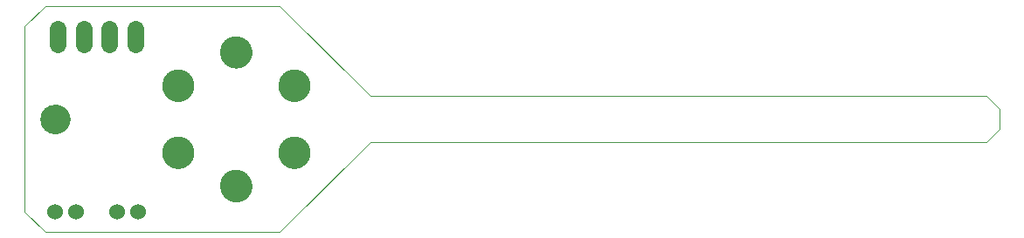
<source format=gbs>
G75*
%MOIN*%
%OFA0B0*%
%FSLAX25Y25*%
%IPPOS*%
%LPD*%
%AMOC8*
5,1,8,0,0,1.08239X$1,22.5*
%
%ADD10C,0.00000*%
%ADD11C,0.12211*%
%ADD12C,0.11227*%
%ADD13C,0.06400*%
%ADD14C,0.06000*%
D10*
X0031028Y0034965D02*
X0038902Y0027091D01*
X0128469Y0027091D01*
X0162917Y0061539D01*
X0398154Y0061539D01*
X0403075Y0066461D01*
X0403075Y0074335D01*
X0398154Y0079256D01*
X0162917Y0079256D01*
X0128469Y0113705D01*
X0038902Y0113705D01*
X0031028Y0105831D01*
X0031028Y0034965D01*
X0105830Y0044807D02*
X0105832Y0044960D01*
X0105838Y0045114D01*
X0105848Y0045267D01*
X0105862Y0045419D01*
X0105880Y0045572D01*
X0105902Y0045723D01*
X0105927Y0045874D01*
X0105957Y0046025D01*
X0105991Y0046175D01*
X0106028Y0046323D01*
X0106069Y0046471D01*
X0106114Y0046617D01*
X0106163Y0046763D01*
X0106216Y0046907D01*
X0106272Y0047049D01*
X0106332Y0047190D01*
X0106396Y0047330D01*
X0106463Y0047468D01*
X0106534Y0047604D01*
X0106609Y0047738D01*
X0106686Y0047870D01*
X0106768Y0048000D01*
X0106852Y0048128D01*
X0106940Y0048254D01*
X0107031Y0048377D01*
X0107125Y0048498D01*
X0107223Y0048616D01*
X0107323Y0048732D01*
X0107427Y0048845D01*
X0107533Y0048956D01*
X0107642Y0049064D01*
X0107754Y0049169D01*
X0107868Y0049270D01*
X0107986Y0049369D01*
X0108105Y0049465D01*
X0108227Y0049558D01*
X0108352Y0049647D01*
X0108479Y0049734D01*
X0108608Y0049816D01*
X0108739Y0049896D01*
X0108872Y0049972D01*
X0109007Y0050045D01*
X0109144Y0050114D01*
X0109283Y0050179D01*
X0109423Y0050241D01*
X0109565Y0050299D01*
X0109708Y0050354D01*
X0109853Y0050405D01*
X0109999Y0050452D01*
X0110146Y0050495D01*
X0110294Y0050534D01*
X0110443Y0050570D01*
X0110593Y0050601D01*
X0110744Y0050629D01*
X0110895Y0050653D01*
X0111048Y0050673D01*
X0111200Y0050689D01*
X0111353Y0050701D01*
X0111506Y0050709D01*
X0111659Y0050713D01*
X0111813Y0050713D01*
X0111966Y0050709D01*
X0112119Y0050701D01*
X0112272Y0050689D01*
X0112424Y0050673D01*
X0112577Y0050653D01*
X0112728Y0050629D01*
X0112879Y0050601D01*
X0113029Y0050570D01*
X0113178Y0050534D01*
X0113326Y0050495D01*
X0113473Y0050452D01*
X0113619Y0050405D01*
X0113764Y0050354D01*
X0113907Y0050299D01*
X0114049Y0050241D01*
X0114189Y0050179D01*
X0114328Y0050114D01*
X0114465Y0050045D01*
X0114600Y0049972D01*
X0114733Y0049896D01*
X0114864Y0049816D01*
X0114993Y0049734D01*
X0115120Y0049647D01*
X0115245Y0049558D01*
X0115367Y0049465D01*
X0115486Y0049369D01*
X0115604Y0049270D01*
X0115718Y0049169D01*
X0115830Y0049064D01*
X0115939Y0048956D01*
X0116045Y0048845D01*
X0116149Y0048732D01*
X0116249Y0048616D01*
X0116347Y0048498D01*
X0116441Y0048377D01*
X0116532Y0048254D01*
X0116620Y0048128D01*
X0116704Y0048000D01*
X0116786Y0047870D01*
X0116863Y0047738D01*
X0116938Y0047604D01*
X0117009Y0047468D01*
X0117076Y0047330D01*
X0117140Y0047190D01*
X0117200Y0047049D01*
X0117256Y0046907D01*
X0117309Y0046763D01*
X0117358Y0046617D01*
X0117403Y0046471D01*
X0117444Y0046323D01*
X0117481Y0046175D01*
X0117515Y0046025D01*
X0117545Y0045874D01*
X0117570Y0045723D01*
X0117592Y0045572D01*
X0117610Y0045419D01*
X0117624Y0045267D01*
X0117634Y0045114D01*
X0117640Y0044960D01*
X0117642Y0044807D01*
X0117640Y0044654D01*
X0117634Y0044500D01*
X0117624Y0044347D01*
X0117610Y0044195D01*
X0117592Y0044042D01*
X0117570Y0043891D01*
X0117545Y0043740D01*
X0117515Y0043589D01*
X0117481Y0043439D01*
X0117444Y0043291D01*
X0117403Y0043143D01*
X0117358Y0042997D01*
X0117309Y0042851D01*
X0117256Y0042707D01*
X0117200Y0042565D01*
X0117140Y0042424D01*
X0117076Y0042284D01*
X0117009Y0042146D01*
X0116938Y0042010D01*
X0116863Y0041876D01*
X0116786Y0041744D01*
X0116704Y0041614D01*
X0116620Y0041486D01*
X0116532Y0041360D01*
X0116441Y0041237D01*
X0116347Y0041116D01*
X0116249Y0040998D01*
X0116149Y0040882D01*
X0116045Y0040769D01*
X0115939Y0040658D01*
X0115830Y0040550D01*
X0115718Y0040445D01*
X0115604Y0040344D01*
X0115486Y0040245D01*
X0115367Y0040149D01*
X0115245Y0040056D01*
X0115120Y0039967D01*
X0114993Y0039880D01*
X0114864Y0039798D01*
X0114733Y0039718D01*
X0114600Y0039642D01*
X0114465Y0039569D01*
X0114328Y0039500D01*
X0114189Y0039435D01*
X0114049Y0039373D01*
X0113907Y0039315D01*
X0113764Y0039260D01*
X0113619Y0039209D01*
X0113473Y0039162D01*
X0113326Y0039119D01*
X0113178Y0039080D01*
X0113029Y0039044D01*
X0112879Y0039013D01*
X0112728Y0038985D01*
X0112577Y0038961D01*
X0112424Y0038941D01*
X0112272Y0038925D01*
X0112119Y0038913D01*
X0111966Y0038905D01*
X0111813Y0038901D01*
X0111659Y0038901D01*
X0111506Y0038905D01*
X0111353Y0038913D01*
X0111200Y0038925D01*
X0111048Y0038941D01*
X0110895Y0038961D01*
X0110744Y0038985D01*
X0110593Y0039013D01*
X0110443Y0039044D01*
X0110294Y0039080D01*
X0110146Y0039119D01*
X0109999Y0039162D01*
X0109853Y0039209D01*
X0109708Y0039260D01*
X0109565Y0039315D01*
X0109423Y0039373D01*
X0109283Y0039435D01*
X0109144Y0039500D01*
X0109007Y0039569D01*
X0108872Y0039642D01*
X0108739Y0039718D01*
X0108608Y0039798D01*
X0108479Y0039880D01*
X0108352Y0039967D01*
X0108227Y0040056D01*
X0108105Y0040149D01*
X0107986Y0040245D01*
X0107868Y0040344D01*
X0107754Y0040445D01*
X0107642Y0040550D01*
X0107533Y0040658D01*
X0107427Y0040769D01*
X0107323Y0040882D01*
X0107223Y0040998D01*
X0107125Y0041116D01*
X0107031Y0041237D01*
X0106940Y0041360D01*
X0106852Y0041486D01*
X0106768Y0041614D01*
X0106686Y0041744D01*
X0106609Y0041876D01*
X0106534Y0042010D01*
X0106463Y0042146D01*
X0106396Y0042284D01*
X0106332Y0042424D01*
X0106272Y0042565D01*
X0106216Y0042707D01*
X0106163Y0042851D01*
X0106114Y0042997D01*
X0106069Y0043143D01*
X0106028Y0043291D01*
X0105991Y0043439D01*
X0105957Y0043589D01*
X0105927Y0043740D01*
X0105902Y0043891D01*
X0105880Y0044042D01*
X0105862Y0044195D01*
X0105848Y0044347D01*
X0105838Y0044500D01*
X0105832Y0044654D01*
X0105830Y0044807D01*
X0083665Y0057602D02*
X0083667Y0057755D01*
X0083673Y0057909D01*
X0083683Y0058062D01*
X0083697Y0058214D01*
X0083715Y0058367D01*
X0083737Y0058518D01*
X0083762Y0058669D01*
X0083792Y0058820D01*
X0083826Y0058970D01*
X0083863Y0059118D01*
X0083904Y0059266D01*
X0083949Y0059412D01*
X0083998Y0059558D01*
X0084051Y0059702D01*
X0084107Y0059844D01*
X0084167Y0059985D01*
X0084231Y0060125D01*
X0084298Y0060263D01*
X0084369Y0060399D01*
X0084444Y0060533D01*
X0084521Y0060665D01*
X0084603Y0060795D01*
X0084687Y0060923D01*
X0084775Y0061049D01*
X0084866Y0061172D01*
X0084960Y0061293D01*
X0085058Y0061411D01*
X0085158Y0061527D01*
X0085262Y0061640D01*
X0085368Y0061751D01*
X0085477Y0061859D01*
X0085589Y0061964D01*
X0085703Y0062065D01*
X0085821Y0062164D01*
X0085940Y0062260D01*
X0086062Y0062353D01*
X0086187Y0062442D01*
X0086314Y0062529D01*
X0086443Y0062611D01*
X0086574Y0062691D01*
X0086707Y0062767D01*
X0086842Y0062840D01*
X0086979Y0062909D01*
X0087118Y0062974D01*
X0087258Y0063036D01*
X0087400Y0063094D01*
X0087543Y0063149D01*
X0087688Y0063200D01*
X0087834Y0063247D01*
X0087981Y0063290D01*
X0088129Y0063329D01*
X0088278Y0063365D01*
X0088428Y0063396D01*
X0088579Y0063424D01*
X0088730Y0063448D01*
X0088883Y0063468D01*
X0089035Y0063484D01*
X0089188Y0063496D01*
X0089341Y0063504D01*
X0089494Y0063508D01*
X0089648Y0063508D01*
X0089801Y0063504D01*
X0089954Y0063496D01*
X0090107Y0063484D01*
X0090259Y0063468D01*
X0090412Y0063448D01*
X0090563Y0063424D01*
X0090714Y0063396D01*
X0090864Y0063365D01*
X0091013Y0063329D01*
X0091161Y0063290D01*
X0091308Y0063247D01*
X0091454Y0063200D01*
X0091599Y0063149D01*
X0091742Y0063094D01*
X0091884Y0063036D01*
X0092024Y0062974D01*
X0092163Y0062909D01*
X0092300Y0062840D01*
X0092435Y0062767D01*
X0092568Y0062691D01*
X0092699Y0062611D01*
X0092828Y0062529D01*
X0092955Y0062442D01*
X0093080Y0062353D01*
X0093202Y0062260D01*
X0093321Y0062164D01*
X0093439Y0062065D01*
X0093553Y0061964D01*
X0093665Y0061859D01*
X0093774Y0061751D01*
X0093880Y0061640D01*
X0093984Y0061527D01*
X0094084Y0061411D01*
X0094182Y0061293D01*
X0094276Y0061172D01*
X0094367Y0061049D01*
X0094455Y0060923D01*
X0094539Y0060795D01*
X0094621Y0060665D01*
X0094698Y0060533D01*
X0094773Y0060399D01*
X0094844Y0060263D01*
X0094911Y0060125D01*
X0094975Y0059985D01*
X0095035Y0059844D01*
X0095091Y0059702D01*
X0095144Y0059558D01*
X0095193Y0059412D01*
X0095238Y0059266D01*
X0095279Y0059118D01*
X0095316Y0058970D01*
X0095350Y0058820D01*
X0095380Y0058669D01*
X0095405Y0058518D01*
X0095427Y0058367D01*
X0095445Y0058214D01*
X0095459Y0058062D01*
X0095469Y0057909D01*
X0095475Y0057755D01*
X0095477Y0057602D01*
X0095475Y0057449D01*
X0095469Y0057295D01*
X0095459Y0057142D01*
X0095445Y0056990D01*
X0095427Y0056837D01*
X0095405Y0056686D01*
X0095380Y0056535D01*
X0095350Y0056384D01*
X0095316Y0056234D01*
X0095279Y0056086D01*
X0095238Y0055938D01*
X0095193Y0055792D01*
X0095144Y0055646D01*
X0095091Y0055502D01*
X0095035Y0055360D01*
X0094975Y0055219D01*
X0094911Y0055079D01*
X0094844Y0054941D01*
X0094773Y0054805D01*
X0094698Y0054671D01*
X0094621Y0054539D01*
X0094539Y0054409D01*
X0094455Y0054281D01*
X0094367Y0054155D01*
X0094276Y0054032D01*
X0094182Y0053911D01*
X0094084Y0053793D01*
X0093984Y0053677D01*
X0093880Y0053564D01*
X0093774Y0053453D01*
X0093665Y0053345D01*
X0093553Y0053240D01*
X0093439Y0053139D01*
X0093321Y0053040D01*
X0093202Y0052944D01*
X0093080Y0052851D01*
X0092955Y0052762D01*
X0092828Y0052675D01*
X0092699Y0052593D01*
X0092568Y0052513D01*
X0092435Y0052437D01*
X0092300Y0052364D01*
X0092163Y0052295D01*
X0092024Y0052230D01*
X0091884Y0052168D01*
X0091742Y0052110D01*
X0091599Y0052055D01*
X0091454Y0052004D01*
X0091308Y0051957D01*
X0091161Y0051914D01*
X0091013Y0051875D01*
X0090864Y0051839D01*
X0090714Y0051808D01*
X0090563Y0051780D01*
X0090412Y0051756D01*
X0090259Y0051736D01*
X0090107Y0051720D01*
X0089954Y0051708D01*
X0089801Y0051700D01*
X0089648Y0051696D01*
X0089494Y0051696D01*
X0089341Y0051700D01*
X0089188Y0051708D01*
X0089035Y0051720D01*
X0088883Y0051736D01*
X0088730Y0051756D01*
X0088579Y0051780D01*
X0088428Y0051808D01*
X0088278Y0051839D01*
X0088129Y0051875D01*
X0087981Y0051914D01*
X0087834Y0051957D01*
X0087688Y0052004D01*
X0087543Y0052055D01*
X0087400Y0052110D01*
X0087258Y0052168D01*
X0087118Y0052230D01*
X0086979Y0052295D01*
X0086842Y0052364D01*
X0086707Y0052437D01*
X0086574Y0052513D01*
X0086443Y0052593D01*
X0086314Y0052675D01*
X0086187Y0052762D01*
X0086062Y0052851D01*
X0085940Y0052944D01*
X0085821Y0053040D01*
X0085703Y0053139D01*
X0085589Y0053240D01*
X0085477Y0053345D01*
X0085368Y0053453D01*
X0085262Y0053564D01*
X0085158Y0053677D01*
X0085058Y0053793D01*
X0084960Y0053911D01*
X0084866Y0054032D01*
X0084775Y0054155D01*
X0084687Y0054281D01*
X0084603Y0054409D01*
X0084521Y0054539D01*
X0084444Y0054671D01*
X0084369Y0054805D01*
X0084298Y0054941D01*
X0084231Y0055079D01*
X0084167Y0055219D01*
X0084107Y0055360D01*
X0084051Y0055502D01*
X0083998Y0055646D01*
X0083949Y0055792D01*
X0083904Y0055938D01*
X0083863Y0056086D01*
X0083826Y0056234D01*
X0083792Y0056384D01*
X0083762Y0056535D01*
X0083737Y0056686D01*
X0083715Y0056837D01*
X0083697Y0056990D01*
X0083683Y0057142D01*
X0083673Y0057295D01*
X0083667Y0057449D01*
X0083665Y0057602D01*
X0037426Y0070398D02*
X0037428Y0070545D01*
X0037434Y0070691D01*
X0037444Y0070837D01*
X0037458Y0070983D01*
X0037476Y0071129D01*
X0037497Y0071274D01*
X0037523Y0071418D01*
X0037553Y0071562D01*
X0037586Y0071704D01*
X0037623Y0071846D01*
X0037664Y0071987D01*
X0037709Y0072126D01*
X0037758Y0072265D01*
X0037810Y0072402D01*
X0037867Y0072537D01*
X0037926Y0072671D01*
X0037990Y0072803D01*
X0038057Y0072933D01*
X0038127Y0073062D01*
X0038201Y0073189D01*
X0038278Y0073313D01*
X0038359Y0073436D01*
X0038443Y0073556D01*
X0038530Y0073674D01*
X0038620Y0073789D01*
X0038713Y0073902D01*
X0038810Y0074013D01*
X0038909Y0074121D01*
X0039011Y0074226D01*
X0039116Y0074328D01*
X0039224Y0074427D01*
X0039335Y0074524D01*
X0039448Y0074617D01*
X0039563Y0074707D01*
X0039681Y0074794D01*
X0039801Y0074878D01*
X0039924Y0074959D01*
X0040048Y0075036D01*
X0040175Y0075110D01*
X0040304Y0075180D01*
X0040434Y0075247D01*
X0040566Y0075311D01*
X0040700Y0075370D01*
X0040835Y0075427D01*
X0040972Y0075479D01*
X0041111Y0075528D01*
X0041250Y0075573D01*
X0041391Y0075614D01*
X0041533Y0075651D01*
X0041675Y0075684D01*
X0041819Y0075714D01*
X0041963Y0075740D01*
X0042108Y0075761D01*
X0042254Y0075779D01*
X0042400Y0075793D01*
X0042546Y0075803D01*
X0042692Y0075809D01*
X0042839Y0075811D01*
X0042986Y0075809D01*
X0043132Y0075803D01*
X0043278Y0075793D01*
X0043424Y0075779D01*
X0043570Y0075761D01*
X0043715Y0075740D01*
X0043859Y0075714D01*
X0044003Y0075684D01*
X0044145Y0075651D01*
X0044287Y0075614D01*
X0044428Y0075573D01*
X0044567Y0075528D01*
X0044706Y0075479D01*
X0044843Y0075427D01*
X0044978Y0075370D01*
X0045112Y0075311D01*
X0045244Y0075247D01*
X0045374Y0075180D01*
X0045503Y0075110D01*
X0045630Y0075036D01*
X0045754Y0074959D01*
X0045877Y0074878D01*
X0045997Y0074794D01*
X0046115Y0074707D01*
X0046230Y0074617D01*
X0046343Y0074524D01*
X0046454Y0074427D01*
X0046562Y0074328D01*
X0046667Y0074226D01*
X0046769Y0074121D01*
X0046868Y0074013D01*
X0046965Y0073902D01*
X0047058Y0073789D01*
X0047148Y0073674D01*
X0047235Y0073556D01*
X0047319Y0073436D01*
X0047400Y0073313D01*
X0047477Y0073189D01*
X0047551Y0073062D01*
X0047621Y0072933D01*
X0047688Y0072803D01*
X0047752Y0072671D01*
X0047811Y0072537D01*
X0047868Y0072402D01*
X0047920Y0072265D01*
X0047969Y0072126D01*
X0048014Y0071987D01*
X0048055Y0071846D01*
X0048092Y0071704D01*
X0048125Y0071562D01*
X0048155Y0071418D01*
X0048181Y0071274D01*
X0048202Y0071129D01*
X0048220Y0070983D01*
X0048234Y0070837D01*
X0048244Y0070691D01*
X0048250Y0070545D01*
X0048252Y0070398D01*
X0048250Y0070251D01*
X0048244Y0070105D01*
X0048234Y0069959D01*
X0048220Y0069813D01*
X0048202Y0069667D01*
X0048181Y0069522D01*
X0048155Y0069378D01*
X0048125Y0069234D01*
X0048092Y0069092D01*
X0048055Y0068950D01*
X0048014Y0068809D01*
X0047969Y0068670D01*
X0047920Y0068531D01*
X0047868Y0068394D01*
X0047811Y0068259D01*
X0047752Y0068125D01*
X0047688Y0067993D01*
X0047621Y0067863D01*
X0047551Y0067734D01*
X0047477Y0067607D01*
X0047400Y0067483D01*
X0047319Y0067360D01*
X0047235Y0067240D01*
X0047148Y0067122D01*
X0047058Y0067007D01*
X0046965Y0066894D01*
X0046868Y0066783D01*
X0046769Y0066675D01*
X0046667Y0066570D01*
X0046562Y0066468D01*
X0046454Y0066369D01*
X0046343Y0066272D01*
X0046230Y0066179D01*
X0046115Y0066089D01*
X0045997Y0066002D01*
X0045877Y0065918D01*
X0045754Y0065837D01*
X0045630Y0065760D01*
X0045503Y0065686D01*
X0045374Y0065616D01*
X0045244Y0065549D01*
X0045112Y0065485D01*
X0044978Y0065426D01*
X0044843Y0065369D01*
X0044706Y0065317D01*
X0044567Y0065268D01*
X0044428Y0065223D01*
X0044287Y0065182D01*
X0044145Y0065145D01*
X0044003Y0065112D01*
X0043859Y0065082D01*
X0043715Y0065056D01*
X0043570Y0065035D01*
X0043424Y0065017D01*
X0043278Y0065003D01*
X0043132Y0064993D01*
X0042986Y0064987D01*
X0042839Y0064985D01*
X0042692Y0064987D01*
X0042546Y0064993D01*
X0042400Y0065003D01*
X0042254Y0065017D01*
X0042108Y0065035D01*
X0041963Y0065056D01*
X0041819Y0065082D01*
X0041675Y0065112D01*
X0041533Y0065145D01*
X0041391Y0065182D01*
X0041250Y0065223D01*
X0041111Y0065268D01*
X0040972Y0065317D01*
X0040835Y0065369D01*
X0040700Y0065426D01*
X0040566Y0065485D01*
X0040434Y0065549D01*
X0040304Y0065616D01*
X0040175Y0065686D01*
X0040048Y0065760D01*
X0039924Y0065837D01*
X0039801Y0065918D01*
X0039681Y0066002D01*
X0039563Y0066089D01*
X0039448Y0066179D01*
X0039335Y0066272D01*
X0039224Y0066369D01*
X0039116Y0066468D01*
X0039011Y0066570D01*
X0038909Y0066675D01*
X0038810Y0066783D01*
X0038713Y0066894D01*
X0038620Y0067007D01*
X0038530Y0067122D01*
X0038443Y0067240D01*
X0038359Y0067360D01*
X0038278Y0067483D01*
X0038201Y0067607D01*
X0038127Y0067734D01*
X0038057Y0067863D01*
X0037990Y0067993D01*
X0037926Y0068125D01*
X0037867Y0068259D01*
X0037810Y0068394D01*
X0037758Y0068531D01*
X0037709Y0068670D01*
X0037664Y0068809D01*
X0037623Y0068950D01*
X0037586Y0069092D01*
X0037553Y0069234D01*
X0037523Y0069378D01*
X0037497Y0069522D01*
X0037476Y0069667D01*
X0037458Y0069813D01*
X0037444Y0069959D01*
X0037434Y0070105D01*
X0037428Y0070251D01*
X0037426Y0070398D01*
X0083665Y0083193D02*
X0083667Y0083346D01*
X0083673Y0083500D01*
X0083683Y0083653D01*
X0083697Y0083805D01*
X0083715Y0083958D01*
X0083737Y0084109D01*
X0083762Y0084260D01*
X0083792Y0084411D01*
X0083826Y0084561D01*
X0083863Y0084709D01*
X0083904Y0084857D01*
X0083949Y0085003D01*
X0083998Y0085149D01*
X0084051Y0085293D01*
X0084107Y0085435D01*
X0084167Y0085576D01*
X0084231Y0085716D01*
X0084298Y0085854D01*
X0084369Y0085990D01*
X0084444Y0086124D01*
X0084521Y0086256D01*
X0084603Y0086386D01*
X0084687Y0086514D01*
X0084775Y0086640D01*
X0084866Y0086763D01*
X0084960Y0086884D01*
X0085058Y0087002D01*
X0085158Y0087118D01*
X0085262Y0087231D01*
X0085368Y0087342D01*
X0085477Y0087450D01*
X0085589Y0087555D01*
X0085703Y0087656D01*
X0085821Y0087755D01*
X0085940Y0087851D01*
X0086062Y0087944D01*
X0086187Y0088033D01*
X0086314Y0088120D01*
X0086443Y0088202D01*
X0086574Y0088282D01*
X0086707Y0088358D01*
X0086842Y0088431D01*
X0086979Y0088500D01*
X0087118Y0088565D01*
X0087258Y0088627D01*
X0087400Y0088685D01*
X0087543Y0088740D01*
X0087688Y0088791D01*
X0087834Y0088838D01*
X0087981Y0088881D01*
X0088129Y0088920D01*
X0088278Y0088956D01*
X0088428Y0088987D01*
X0088579Y0089015D01*
X0088730Y0089039D01*
X0088883Y0089059D01*
X0089035Y0089075D01*
X0089188Y0089087D01*
X0089341Y0089095D01*
X0089494Y0089099D01*
X0089648Y0089099D01*
X0089801Y0089095D01*
X0089954Y0089087D01*
X0090107Y0089075D01*
X0090259Y0089059D01*
X0090412Y0089039D01*
X0090563Y0089015D01*
X0090714Y0088987D01*
X0090864Y0088956D01*
X0091013Y0088920D01*
X0091161Y0088881D01*
X0091308Y0088838D01*
X0091454Y0088791D01*
X0091599Y0088740D01*
X0091742Y0088685D01*
X0091884Y0088627D01*
X0092024Y0088565D01*
X0092163Y0088500D01*
X0092300Y0088431D01*
X0092435Y0088358D01*
X0092568Y0088282D01*
X0092699Y0088202D01*
X0092828Y0088120D01*
X0092955Y0088033D01*
X0093080Y0087944D01*
X0093202Y0087851D01*
X0093321Y0087755D01*
X0093439Y0087656D01*
X0093553Y0087555D01*
X0093665Y0087450D01*
X0093774Y0087342D01*
X0093880Y0087231D01*
X0093984Y0087118D01*
X0094084Y0087002D01*
X0094182Y0086884D01*
X0094276Y0086763D01*
X0094367Y0086640D01*
X0094455Y0086514D01*
X0094539Y0086386D01*
X0094621Y0086256D01*
X0094698Y0086124D01*
X0094773Y0085990D01*
X0094844Y0085854D01*
X0094911Y0085716D01*
X0094975Y0085576D01*
X0095035Y0085435D01*
X0095091Y0085293D01*
X0095144Y0085149D01*
X0095193Y0085003D01*
X0095238Y0084857D01*
X0095279Y0084709D01*
X0095316Y0084561D01*
X0095350Y0084411D01*
X0095380Y0084260D01*
X0095405Y0084109D01*
X0095427Y0083958D01*
X0095445Y0083805D01*
X0095459Y0083653D01*
X0095469Y0083500D01*
X0095475Y0083346D01*
X0095477Y0083193D01*
X0095475Y0083040D01*
X0095469Y0082886D01*
X0095459Y0082733D01*
X0095445Y0082581D01*
X0095427Y0082428D01*
X0095405Y0082277D01*
X0095380Y0082126D01*
X0095350Y0081975D01*
X0095316Y0081825D01*
X0095279Y0081677D01*
X0095238Y0081529D01*
X0095193Y0081383D01*
X0095144Y0081237D01*
X0095091Y0081093D01*
X0095035Y0080951D01*
X0094975Y0080810D01*
X0094911Y0080670D01*
X0094844Y0080532D01*
X0094773Y0080396D01*
X0094698Y0080262D01*
X0094621Y0080130D01*
X0094539Y0080000D01*
X0094455Y0079872D01*
X0094367Y0079746D01*
X0094276Y0079623D01*
X0094182Y0079502D01*
X0094084Y0079384D01*
X0093984Y0079268D01*
X0093880Y0079155D01*
X0093774Y0079044D01*
X0093665Y0078936D01*
X0093553Y0078831D01*
X0093439Y0078730D01*
X0093321Y0078631D01*
X0093202Y0078535D01*
X0093080Y0078442D01*
X0092955Y0078353D01*
X0092828Y0078266D01*
X0092699Y0078184D01*
X0092568Y0078104D01*
X0092435Y0078028D01*
X0092300Y0077955D01*
X0092163Y0077886D01*
X0092024Y0077821D01*
X0091884Y0077759D01*
X0091742Y0077701D01*
X0091599Y0077646D01*
X0091454Y0077595D01*
X0091308Y0077548D01*
X0091161Y0077505D01*
X0091013Y0077466D01*
X0090864Y0077430D01*
X0090714Y0077399D01*
X0090563Y0077371D01*
X0090412Y0077347D01*
X0090259Y0077327D01*
X0090107Y0077311D01*
X0089954Y0077299D01*
X0089801Y0077291D01*
X0089648Y0077287D01*
X0089494Y0077287D01*
X0089341Y0077291D01*
X0089188Y0077299D01*
X0089035Y0077311D01*
X0088883Y0077327D01*
X0088730Y0077347D01*
X0088579Y0077371D01*
X0088428Y0077399D01*
X0088278Y0077430D01*
X0088129Y0077466D01*
X0087981Y0077505D01*
X0087834Y0077548D01*
X0087688Y0077595D01*
X0087543Y0077646D01*
X0087400Y0077701D01*
X0087258Y0077759D01*
X0087118Y0077821D01*
X0086979Y0077886D01*
X0086842Y0077955D01*
X0086707Y0078028D01*
X0086574Y0078104D01*
X0086443Y0078184D01*
X0086314Y0078266D01*
X0086187Y0078353D01*
X0086062Y0078442D01*
X0085940Y0078535D01*
X0085821Y0078631D01*
X0085703Y0078730D01*
X0085589Y0078831D01*
X0085477Y0078936D01*
X0085368Y0079044D01*
X0085262Y0079155D01*
X0085158Y0079268D01*
X0085058Y0079384D01*
X0084960Y0079502D01*
X0084866Y0079623D01*
X0084775Y0079746D01*
X0084687Y0079872D01*
X0084603Y0080000D01*
X0084521Y0080130D01*
X0084444Y0080262D01*
X0084369Y0080396D01*
X0084298Y0080532D01*
X0084231Y0080670D01*
X0084167Y0080810D01*
X0084107Y0080951D01*
X0084051Y0081093D01*
X0083998Y0081237D01*
X0083949Y0081383D01*
X0083904Y0081529D01*
X0083863Y0081677D01*
X0083826Y0081825D01*
X0083792Y0081975D01*
X0083762Y0082126D01*
X0083737Y0082277D01*
X0083715Y0082428D01*
X0083697Y0082581D01*
X0083683Y0082733D01*
X0083673Y0082886D01*
X0083667Y0083040D01*
X0083665Y0083193D01*
X0105830Y0095988D02*
X0105832Y0096141D01*
X0105838Y0096295D01*
X0105848Y0096448D01*
X0105862Y0096600D01*
X0105880Y0096753D01*
X0105902Y0096904D01*
X0105927Y0097055D01*
X0105957Y0097206D01*
X0105991Y0097356D01*
X0106028Y0097504D01*
X0106069Y0097652D01*
X0106114Y0097798D01*
X0106163Y0097944D01*
X0106216Y0098088D01*
X0106272Y0098230D01*
X0106332Y0098371D01*
X0106396Y0098511D01*
X0106463Y0098649D01*
X0106534Y0098785D01*
X0106609Y0098919D01*
X0106686Y0099051D01*
X0106768Y0099181D01*
X0106852Y0099309D01*
X0106940Y0099435D01*
X0107031Y0099558D01*
X0107125Y0099679D01*
X0107223Y0099797D01*
X0107323Y0099913D01*
X0107427Y0100026D01*
X0107533Y0100137D01*
X0107642Y0100245D01*
X0107754Y0100350D01*
X0107868Y0100451D01*
X0107986Y0100550D01*
X0108105Y0100646D01*
X0108227Y0100739D01*
X0108352Y0100828D01*
X0108479Y0100915D01*
X0108608Y0100997D01*
X0108739Y0101077D01*
X0108872Y0101153D01*
X0109007Y0101226D01*
X0109144Y0101295D01*
X0109283Y0101360D01*
X0109423Y0101422D01*
X0109565Y0101480D01*
X0109708Y0101535D01*
X0109853Y0101586D01*
X0109999Y0101633D01*
X0110146Y0101676D01*
X0110294Y0101715D01*
X0110443Y0101751D01*
X0110593Y0101782D01*
X0110744Y0101810D01*
X0110895Y0101834D01*
X0111048Y0101854D01*
X0111200Y0101870D01*
X0111353Y0101882D01*
X0111506Y0101890D01*
X0111659Y0101894D01*
X0111813Y0101894D01*
X0111966Y0101890D01*
X0112119Y0101882D01*
X0112272Y0101870D01*
X0112424Y0101854D01*
X0112577Y0101834D01*
X0112728Y0101810D01*
X0112879Y0101782D01*
X0113029Y0101751D01*
X0113178Y0101715D01*
X0113326Y0101676D01*
X0113473Y0101633D01*
X0113619Y0101586D01*
X0113764Y0101535D01*
X0113907Y0101480D01*
X0114049Y0101422D01*
X0114189Y0101360D01*
X0114328Y0101295D01*
X0114465Y0101226D01*
X0114600Y0101153D01*
X0114733Y0101077D01*
X0114864Y0100997D01*
X0114993Y0100915D01*
X0115120Y0100828D01*
X0115245Y0100739D01*
X0115367Y0100646D01*
X0115486Y0100550D01*
X0115604Y0100451D01*
X0115718Y0100350D01*
X0115830Y0100245D01*
X0115939Y0100137D01*
X0116045Y0100026D01*
X0116149Y0099913D01*
X0116249Y0099797D01*
X0116347Y0099679D01*
X0116441Y0099558D01*
X0116532Y0099435D01*
X0116620Y0099309D01*
X0116704Y0099181D01*
X0116786Y0099051D01*
X0116863Y0098919D01*
X0116938Y0098785D01*
X0117009Y0098649D01*
X0117076Y0098511D01*
X0117140Y0098371D01*
X0117200Y0098230D01*
X0117256Y0098088D01*
X0117309Y0097944D01*
X0117358Y0097798D01*
X0117403Y0097652D01*
X0117444Y0097504D01*
X0117481Y0097356D01*
X0117515Y0097206D01*
X0117545Y0097055D01*
X0117570Y0096904D01*
X0117592Y0096753D01*
X0117610Y0096600D01*
X0117624Y0096448D01*
X0117634Y0096295D01*
X0117640Y0096141D01*
X0117642Y0095988D01*
X0117640Y0095835D01*
X0117634Y0095681D01*
X0117624Y0095528D01*
X0117610Y0095376D01*
X0117592Y0095223D01*
X0117570Y0095072D01*
X0117545Y0094921D01*
X0117515Y0094770D01*
X0117481Y0094620D01*
X0117444Y0094472D01*
X0117403Y0094324D01*
X0117358Y0094178D01*
X0117309Y0094032D01*
X0117256Y0093888D01*
X0117200Y0093746D01*
X0117140Y0093605D01*
X0117076Y0093465D01*
X0117009Y0093327D01*
X0116938Y0093191D01*
X0116863Y0093057D01*
X0116786Y0092925D01*
X0116704Y0092795D01*
X0116620Y0092667D01*
X0116532Y0092541D01*
X0116441Y0092418D01*
X0116347Y0092297D01*
X0116249Y0092179D01*
X0116149Y0092063D01*
X0116045Y0091950D01*
X0115939Y0091839D01*
X0115830Y0091731D01*
X0115718Y0091626D01*
X0115604Y0091525D01*
X0115486Y0091426D01*
X0115367Y0091330D01*
X0115245Y0091237D01*
X0115120Y0091148D01*
X0114993Y0091061D01*
X0114864Y0090979D01*
X0114733Y0090899D01*
X0114600Y0090823D01*
X0114465Y0090750D01*
X0114328Y0090681D01*
X0114189Y0090616D01*
X0114049Y0090554D01*
X0113907Y0090496D01*
X0113764Y0090441D01*
X0113619Y0090390D01*
X0113473Y0090343D01*
X0113326Y0090300D01*
X0113178Y0090261D01*
X0113029Y0090225D01*
X0112879Y0090194D01*
X0112728Y0090166D01*
X0112577Y0090142D01*
X0112424Y0090122D01*
X0112272Y0090106D01*
X0112119Y0090094D01*
X0111966Y0090086D01*
X0111813Y0090082D01*
X0111659Y0090082D01*
X0111506Y0090086D01*
X0111353Y0090094D01*
X0111200Y0090106D01*
X0111048Y0090122D01*
X0110895Y0090142D01*
X0110744Y0090166D01*
X0110593Y0090194D01*
X0110443Y0090225D01*
X0110294Y0090261D01*
X0110146Y0090300D01*
X0109999Y0090343D01*
X0109853Y0090390D01*
X0109708Y0090441D01*
X0109565Y0090496D01*
X0109423Y0090554D01*
X0109283Y0090616D01*
X0109144Y0090681D01*
X0109007Y0090750D01*
X0108872Y0090823D01*
X0108739Y0090899D01*
X0108608Y0090979D01*
X0108479Y0091061D01*
X0108352Y0091148D01*
X0108227Y0091237D01*
X0108105Y0091330D01*
X0107986Y0091426D01*
X0107868Y0091525D01*
X0107754Y0091626D01*
X0107642Y0091731D01*
X0107533Y0091839D01*
X0107427Y0091950D01*
X0107323Y0092063D01*
X0107223Y0092179D01*
X0107125Y0092297D01*
X0107031Y0092418D01*
X0106940Y0092541D01*
X0106852Y0092667D01*
X0106768Y0092795D01*
X0106686Y0092925D01*
X0106609Y0093057D01*
X0106534Y0093191D01*
X0106463Y0093327D01*
X0106396Y0093465D01*
X0106332Y0093605D01*
X0106272Y0093746D01*
X0106216Y0093888D01*
X0106163Y0094032D01*
X0106114Y0094178D01*
X0106069Y0094324D01*
X0106028Y0094472D01*
X0105991Y0094620D01*
X0105957Y0094770D01*
X0105927Y0094921D01*
X0105902Y0095072D01*
X0105880Y0095223D01*
X0105862Y0095376D01*
X0105848Y0095528D01*
X0105838Y0095681D01*
X0105832Y0095835D01*
X0105830Y0095988D01*
X0127996Y0083193D02*
X0127998Y0083346D01*
X0128004Y0083500D01*
X0128014Y0083653D01*
X0128028Y0083805D01*
X0128046Y0083958D01*
X0128068Y0084109D01*
X0128093Y0084260D01*
X0128123Y0084411D01*
X0128157Y0084561D01*
X0128194Y0084709D01*
X0128235Y0084857D01*
X0128280Y0085003D01*
X0128329Y0085149D01*
X0128382Y0085293D01*
X0128438Y0085435D01*
X0128498Y0085576D01*
X0128562Y0085716D01*
X0128629Y0085854D01*
X0128700Y0085990D01*
X0128775Y0086124D01*
X0128852Y0086256D01*
X0128934Y0086386D01*
X0129018Y0086514D01*
X0129106Y0086640D01*
X0129197Y0086763D01*
X0129291Y0086884D01*
X0129389Y0087002D01*
X0129489Y0087118D01*
X0129593Y0087231D01*
X0129699Y0087342D01*
X0129808Y0087450D01*
X0129920Y0087555D01*
X0130034Y0087656D01*
X0130152Y0087755D01*
X0130271Y0087851D01*
X0130393Y0087944D01*
X0130518Y0088033D01*
X0130645Y0088120D01*
X0130774Y0088202D01*
X0130905Y0088282D01*
X0131038Y0088358D01*
X0131173Y0088431D01*
X0131310Y0088500D01*
X0131449Y0088565D01*
X0131589Y0088627D01*
X0131731Y0088685D01*
X0131874Y0088740D01*
X0132019Y0088791D01*
X0132165Y0088838D01*
X0132312Y0088881D01*
X0132460Y0088920D01*
X0132609Y0088956D01*
X0132759Y0088987D01*
X0132910Y0089015D01*
X0133061Y0089039D01*
X0133214Y0089059D01*
X0133366Y0089075D01*
X0133519Y0089087D01*
X0133672Y0089095D01*
X0133825Y0089099D01*
X0133979Y0089099D01*
X0134132Y0089095D01*
X0134285Y0089087D01*
X0134438Y0089075D01*
X0134590Y0089059D01*
X0134743Y0089039D01*
X0134894Y0089015D01*
X0135045Y0088987D01*
X0135195Y0088956D01*
X0135344Y0088920D01*
X0135492Y0088881D01*
X0135639Y0088838D01*
X0135785Y0088791D01*
X0135930Y0088740D01*
X0136073Y0088685D01*
X0136215Y0088627D01*
X0136355Y0088565D01*
X0136494Y0088500D01*
X0136631Y0088431D01*
X0136766Y0088358D01*
X0136899Y0088282D01*
X0137030Y0088202D01*
X0137159Y0088120D01*
X0137286Y0088033D01*
X0137411Y0087944D01*
X0137533Y0087851D01*
X0137652Y0087755D01*
X0137770Y0087656D01*
X0137884Y0087555D01*
X0137996Y0087450D01*
X0138105Y0087342D01*
X0138211Y0087231D01*
X0138315Y0087118D01*
X0138415Y0087002D01*
X0138513Y0086884D01*
X0138607Y0086763D01*
X0138698Y0086640D01*
X0138786Y0086514D01*
X0138870Y0086386D01*
X0138952Y0086256D01*
X0139029Y0086124D01*
X0139104Y0085990D01*
X0139175Y0085854D01*
X0139242Y0085716D01*
X0139306Y0085576D01*
X0139366Y0085435D01*
X0139422Y0085293D01*
X0139475Y0085149D01*
X0139524Y0085003D01*
X0139569Y0084857D01*
X0139610Y0084709D01*
X0139647Y0084561D01*
X0139681Y0084411D01*
X0139711Y0084260D01*
X0139736Y0084109D01*
X0139758Y0083958D01*
X0139776Y0083805D01*
X0139790Y0083653D01*
X0139800Y0083500D01*
X0139806Y0083346D01*
X0139808Y0083193D01*
X0139806Y0083040D01*
X0139800Y0082886D01*
X0139790Y0082733D01*
X0139776Y0082581D01*
X0139758Y0082428D01*
X0139736Y0082277D01*
X0139711Y0082126D01*
X0139681Y0081975D01*
X0139647Y0081825D01*
X0139610Y0081677D01*
X0139569Y0081529D01*
X0139524Y0081383D01*
X0139475Y0081237D01*
X0139422Y0081093D01*
X0139366Y0080951D01*
X0139306Y0080810D01*
X0139242Y0080670D01*
X0139175Y0080532D01*
X0139104Y0080396D01*
X0139029Y0080262D01*
X0138952Y0080130D01*
X0138870Y0080000D01*
X0138786Y0079872D01*
X0138698Y0079746D01*
X0138607Y0079623D01*
X0138513Y0079502D01*
X0138415Y0079384D01*
X0138315Y0079268D01*
X0138211Y0079155D01*
X0138105Y0079044D01*
X0137996Y0078936D01*
X0137884Y0078831D01*
X0137770Y0078730D01*
X0137652Y0078631D01*
X0137533Y0078535D01*
X0137411Y0078442D01*
X0137286Y0078353D01*
X0137159Y0078266D01*
X0137030Y0078184D01*
X0136899Y0078104D01*
X0136766Y0078028D01*
X0136631Y0077955D01*
X0136494Y0077886D01*
X0136355Y0077821D01*
X0136215Y0077759D01*
X0136073Y0077701D01*
X0135930Y0077646D01*
X0135785Y0077595D01*
X0135639Y0077548D01*
X0135492Y0077505D01*
X0135344Y0077466D01*
X0135195Y0077430D01*
X0135045Y0077399D01*
X0134894Y0077371D01*
X0134743Y0077347D01*
X0134590Y0077327D01*
X0134438Y0077311D01*
X0134285Y0077299D01*
X0134132Y0077291D01*
X0133979Y0077287D01*
X0133825Y0077287D01*
X0133672Y0077291D01*
X0133519Y0077299D01*
X0133366Y0077311D01*
X0133214Y0077327D01*
X0133061Y0077347D01*
X0132910Y0077371D01*
X0132759Y0077399D01*
X0132609Y0077430D01*
X0132460Y0077466D01*
X0132312Y0077505D01*
X0132165Y0077548D01*
X0132019Y0077595D01*
X0131874Y0077646D01*
X0131731Y0077701D01*
X0131589Y0077759D01*
X0131449Y0077821D01*
X0131310Y0077886D01*
X0131173Y0077955D01*
X0131038Y0078028D01*
X0130905Y0078104D01*
X0130774Y0078184D01*
X0130645Y0078266D01*
X0130518Y0078353D01*
X0130393Y0078442D01*
X0130271Y0078535D01*
X0130152Y0078631D01*
X0130034Y0078730D01*
X0129920Y0078831D01*
X0129808Y0078936D01*
X0129699Y0079044D01*
X0129593Y0079155D01*
X0129489Y0079268D01*
X0129389Y0079384D01*
X0129291Y0079502D01*
X0129197Y0079623D01*
X0129106Y0079746D01*
X0129018Y0079872D01*
X0128934Y0080000D01*
X0128852Y0080130D01*
X0128775Y0080262D01*
X0128700Y0080396D01*
X0128629Y0080532D01*
X0128562Y0080670D01*
X0128498Y0080810D01*
X0128438Y0080951D01*
X0128382Y0081093D01*
X0128329Y0081237D01*
X0128280Y0081383D01*
X0128235Y0081529D01*
X0128194Y0081677D01*
X0128157Y0081825D01*
X0128123Y0081975D01*
X0128093Y0082126D01*
X0128068Y0082277D01*
X0128046Y0082428D01*
X0128028Y0082581D01*
X0128014Y0082733D01*
X0128004Y0082886D01*
X0127998Y0083040D01*
X0127996Y0083193D01*
X0127996Y0057602D02*
X0127998Y0057755D01*
X0128004Y0057909D01*
X0128014Y0058062D01*
X0128028Y0058214D01*
X0128046Y0058367D01*
X0128068Y0058518D01*
X0128093Y0058669D01*
X0128123Y0058820D01*
X0128157Y0058970D01*
X0128194Y0059118D01*
X0128235Y0059266D01*
X0128280Y0059412D01*
X0128329Y0059558D01*
X0128382Y0059702D01*
X0128438Y0059844D01*
X0128498Y0059985D01*
X0128562Y0060125D01*
X0128629Y0060263D01*
X0128700Y0060399D01*
X0128775Y0060533D01*
X0128852Y0060665D01*
X0128934Y0060795D01*
X0129018Y0060923D01*
X0129106Y0061049D01*
X0129197Y0061172D01*
X0129291Y0061293D01*
X0129389Y0061411D01*
X0129489Y0061527D01*
X0129593Y0061640D01*
X0129699Y0061751D01*
X0129808Y0061859D01*
X0129920Y0061964D01*
X0130034Y0062065D01*
X0130152Y0062164D01*
X0130271Y0062260D01*
X0130393Y0062353D01*
X0130518Y0062442D01*
X0130645Y0062529D01*
X0130774Y0062611D01*
X0130905Y0062691D01*
X0131038Y0062767D01*
X0131173Y0062840D01*
X0131310Y0062909D01*
X0131449Y0062974D01*
X0131589Y0063036D01*
X0131731Y0063094D01*
X0131874Y0063149D01*
X0132019Y0063200D01*
X0132165Y0063247D01*
X0132312Y0063290D01*
X0132460Y0063329D01*
X0132609Y0063365D01*
X0132759Y0063396D01*
X0132910Y0063424D01*
X0133061Y0063448D01*
X0133214Y0063468D01*
X0133366Y0063484D01*
X0133519Y0063496D01*
X0133672Y0063504D01*
X0133825Y0063508D01*
X0133979Y0063508D01*
X0134132Y0063504D01*
X0134285Y0063496D01*
X0134438Y0063484D01*
X0134590Y0063468D01*
X0134743Y0063448D01*
X0134894Y0063424D01*
X0135045Y0063396D01*
X0135195Y0063365D01*
X0135344Y0063329D01*
X0135492Y0063290D01*
X0135639Y0063247D01*
X0135785Y0063200D01*
X0135930Y0063149D01*
X0136073Y0063094D01*
X0136215Y0063036D01*
X0136355Y0062974D01*
X0136494Y0062909D01*
X0136631Y0062840D01*
X0136766Y0062767D01*
X0136899Y0062691D01*
X0137030Y0062611D01*
X0137159Y0062529D01*
X0137286Y0062442D01*
X0137411Y0062353D01*
X0137533Y0062260D01*
X0137652Y0062164D01*
X0137770Y0062065D01*
X0137884Y0061964D01*
X0137996Y0061859D01*
X0138105Y0061751D01*
X0138211Y0061640D01*
X0138315Y0061527D01*
X0138415Y0061411D01*
X0138513Y0061293D01*
X0138607Y0061172D01*
X0138698Y0061049D01*
X0138786Y0060923D01*
X0138870Y0060795D01*
X0138952Y0060665D01*
X0139029Y0060533D01*
X0139104Y0060399D01*
X0139175Y0060263D01*
X0139242Y0060125D01*
X0139306Y0059985D01*
X0139366Y0059844D01*
X0139422Y0059702D01*
X0139475Y0059558D01*
X0139524Y0059412D01*
X0139569Y0059266D01*
X0139610Y0059118D01*
X0139647Y0058970D01*
X0139681Y0058820D01*
X0139711Y0058669D01*
X0139736Y0058518D01*
X0139758Y0058367D01*
X0139776Y0058214D01*
X0139790Y0058062D01*
X0139800Y0057909D01*
X0139806Y0057755D01*
X0139808Y0057602D01*
X0139806Y0057449D01*
X0139800Y0057295D01*
X0139790Y0057142D01*
X0139776Y0056990D01*
X0139758Y0056837D01*
X0139736Y0056686D01*
X0139711Y0056535D01*
X0139681Y0056384D01*
X0139647Y0056234D01*
X0139610Y0056086D01*
X0139569Y0055938D01*
X0139524Y0055792D01*
X0139475Y0055646D01*
X0139422Y0055502D01*
X0139366Y0055360D01*
X0139306Y0055219D01*
X0139242Y0055079D01*
X0139175Y0054941D01*
X0139104Y0054805D01*
X0139029Y0054671D01*
X0138952Y0054539D01*
X0138870Y0054409D01*
X0138786Y0054281D01*
X0138698Y0054155D01*
X0138607Y0054032D01*
X0138513Y0053911D01*
X0138415Y0053793D01*
X0138315Y0053677D01*
X0138211Y0053564D01*
X0138105Y0053453D01*
X0137996Y0053345D01*
X0137884Y0053240D01*
X0137770Y0053139D01*
X0137652Y0053040D01*
X0137533Y0052944D01*
X0137411Y0052851D01*
X0137286Y0052762D01*
X0137159Y0052675D01*
X0137030Y0052593D01*
X0136899Y0052513D01*
X0136766Y0052437D01*
X0136631Y0052364D01*
X0136494Y0052295D01*
X0136355Y0052230D01*
X0136215Y0052168D01*
X0136073Y0052110D01*
X0135930Y0052055D01*
X0135785Y0052004D01*
X0135639Y0051957D01*
X0135492Y0051914D01*
X0135344Y0051875D01*
X0135195Y0051839D01*
X0135045Y0051808D01*
X0134894Y0051780D01*
X0134743Y0051756D01*
X0134590Y0051736D01*
X0134438Y0051720D01*
X0134285Y0051708D01*
X0134132Y0051700D01*
X0133979Y0051696D01*
X0133825Y0051696D01*
X0133672Y0051700D01*
X0133519Y0051708D01*
X0133366Y0051720D01*
X0133214Y0051736D01*
X0133061Y0051756D01*
X0132910Y0051780D01*
X0132759Y0051808D01*
X0132609Y0051839D01*
X0132460Y0051875D01*
X0132312Y0051914D01*
X0132165Y0051957D01*
X0132019Y0052004D01*
X0131874Y0052055D01*
X0131731Y0052110D01*
X0131589Y0052168D01*
X0131449Y0052230D01*
X0131310Y0052295D01*
X0131173Y0052364D01*
X0131038Y0052437D01*
X0130905Y0052513D01*
X0130774Y0052593D01*
X0130645Y0052675D01*
X0130518Y0052762D01*
X0130393Y0052851D01*
X0130271Y0052944D01*
X0130152Y0053040D01*
X0130034Y0053139D01*
X0129920Y0053240D01*
X0129808Y0053345D01*
X0129699Y0053453D01*
X0129593Y0053564D01*
X0129489Y0053677D01*
X0129389Y0053793D01*
X0129291Y0053911D01*
X0129197Y0054032D01*
X0129106Y0054155D01*
X0129018Y0054281D01*
X0128934Y0054409D01*
X0128852Y0054539D01*
X0128775Y0054671D01*
X0128700Y0054805D01*
X0128629Y0054941D01*
X0128562Y0055079D01*
X0128498Y0055219D01*
X0128438Y0055360D01*
X0128382Y0055502D01*
X0128329Y0055646D01*
X0128280Y0055792D01*
X0128235Y0055938D01*
X0128194Y0056086D01*
X0128157Y0056234D01*
X0128123Y0056384D01*
X0128093Y0056535D01*
X0128068Y0056686D01*
X0128046Y0056837D01*
X0128028Y0056990D01*
X0128014Y0057142D01*
X0128004Y0057295D01*
X0127998Y0057449D01*
X0127996Y0057602D01*
D11*
X0133902Y0057602D03*
X0089571Y0057602D03*
X0111736Y0044807D03*
X0089571Y0083193D03*
X0133902Y0083193D03*
X0111736Y0095988D03*
D12*
X0042839Y0070398D03*
D13*
X0043744Y0098894D02*
X0043744Y0104894D01*
X0053744Y0104894D02*
X0053744Y0098894D01*
X0063429Y0098894D02*
X0063429Y0104894D01*
X0073429Y0104894D02*
X0073429Y0098894D01*
D14*
X0074335Y0034965D03*
X0066461Y0034965D03*
X0050713Y0034965D03*
X0042839Y0034965D03*
M02*

</source>
